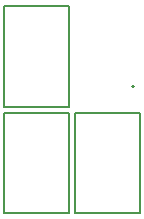
<source format=gbr>
G04 #@! TF.GenerationSoftware,KiCad,Pcbnew,(5.1.0-0)*
G04 #@! TF.CreationDate,2019-06-18T08:50:15-07:00*
G04 #@! TF.ProjectId,airdata,61697264-6174-4612-9e6b-696361645f70,rev?*
G04 #@! TF.SameCoordinates,Original*
G04 #@! TF.FileFunction,Legend,Top*
G04 #@! TF.FilePolarity,Positive*
%FSLAX46Y46*%
G04 Gerber Fmt 4.6, Leading zero omitted, Abs format (unit mm)*
G04 Created by KiCad (PCBNEW (5.1.0-0)) date 2019-06-18 08:50:15*
%MOMM*%
%LPD*%
G04 APERTURE LIST*
%ADD10C,0.150000*%
%ADD11C,0.250000*%
G04 APERTURE END LIST*
D10*
X40750000Y-52750000D02*
X35250000Y-52750000D01*
X40750000Y-44250000D02*
X40750000Y-52750000D01*
X35250000Y-44250000D02*
X40750000Y-44250000D01*
X35250000Y-52750000D02*
X35250000Y-44250000D01*
X40750000Y-61750000D02*
X35250000Y-61750000D01*
X40750000Y-53250000D02*
X40750000Y-61750000D01*
X35250000Y-53250000D02*
X40750000Y-53250000D01*
X35250000Y-61750000D02*
X35250000Y-53250000D01*
X46750000Y-53250000D02*
X46750000Y-61750000D01*
X46750000Y-61750000D02*
X41250000Y-61750000D01*
X41250000Y-61750000D02*
X41250000Y-53250000D01*
X41250000Y-53250000D02*
X46750000Y-53250000D01*
D11*
X46159000Y-51040000D02*
X46032000Y-51040000D01*
M02*

</source>
